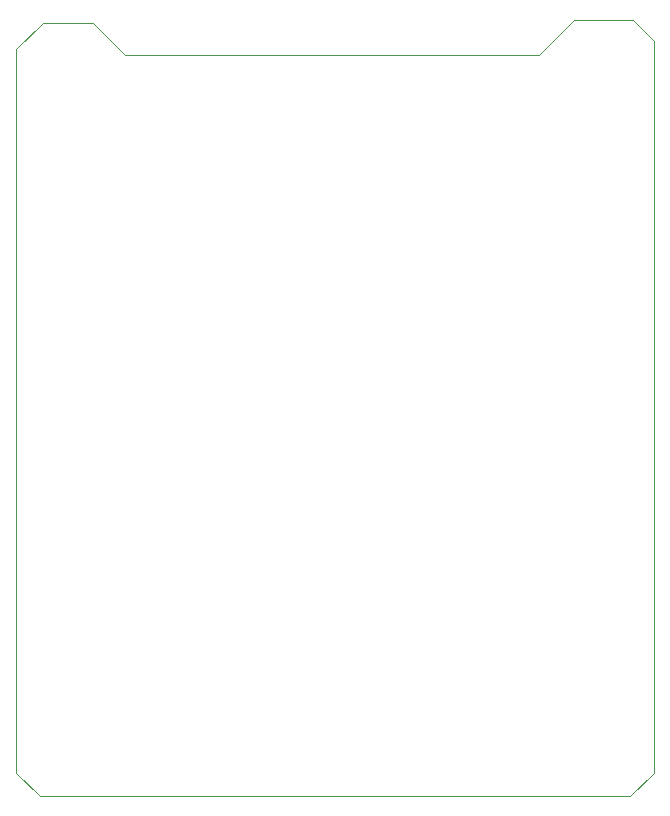
<source format=gbr>
G04*
G04 #@! TF.GenerationSoftware,Altium Limited,Altium Designer,24.2.2 (26)*
G04*
G04 Layer_Color=0*
%FSLAX43Y43*%
%MOMM*%
G71*
G04*
G04 #@! TF.SameCoordinates,78AD72C9-59E1-4A50-B3D3-B96FA2B5B495*
G04*
G04*
G04 #@! TF.FilePolarity,Positive*
G04*
G01*
G75*
%ADD61C,0.025*%
D61*
X-1000Y1000D02*
X1000Y-1000D01*
X51000D01*
X53000Y1000D01*
Y63000D01*
X51250Y64750D01*
X46250D01*
X43250Y61750D01*
X8250D01*
X5500Y64500D01*
X1250D01*
X-1000Y62250D01*
Y1000D01*
M02*

</source>
